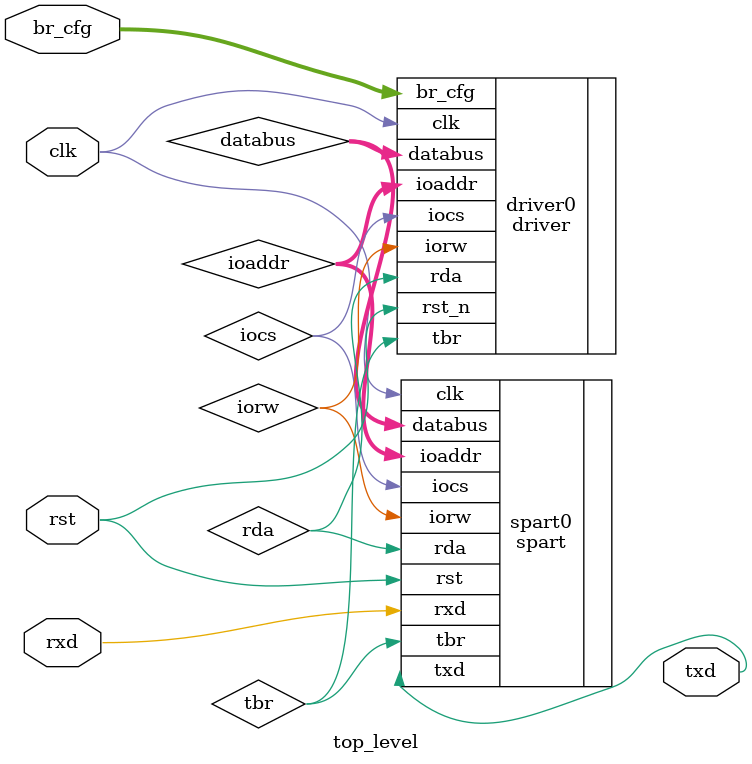
<source format=v>
`timescale 1ns / 1ps
module top_level(
    input clk,         // 100mhz clock
    input rst,         // Asynchronous reset, tied to dip switch 0
    output txd,        // RS232 Transmit Data
    input rxd,         // RS232 Recieve Data
    input [1:0] br_cfg // Baud Rate Configuration, Tied to dip switches 2 and 3
    );
	
	wire iocs;
	wire iorw;
	wire rda;
	wire tbr;
	wire [1:0] ioaddr;
	wire [7:0] databus;
	
	// Instantiate your SPART here
	spart spart0( .clk(clk),
                 .rst(rst),
					  .iocs(iocs),
					  .iorw(iorw),
					  .rda(rda),
					  .tbr(tbr),
					  .ioaddr(ioaddr),
					  .databus(databus),
					  .txd(txd),
					  .rxd(rxd)
					);

	// Instantiate your driver here
	driver driver0( .clk(clk),
	                .rst_n(rst),
						 .br_cfg(br_cfg),
						 .iocs(iocs),
						 .iorw(iorw),
						 .rda(rda),
						 .tbr(tbr),
						 .ioaddr(ioaddr),
						 .databus(databus)
					 );
					 
endmodule

</source>
